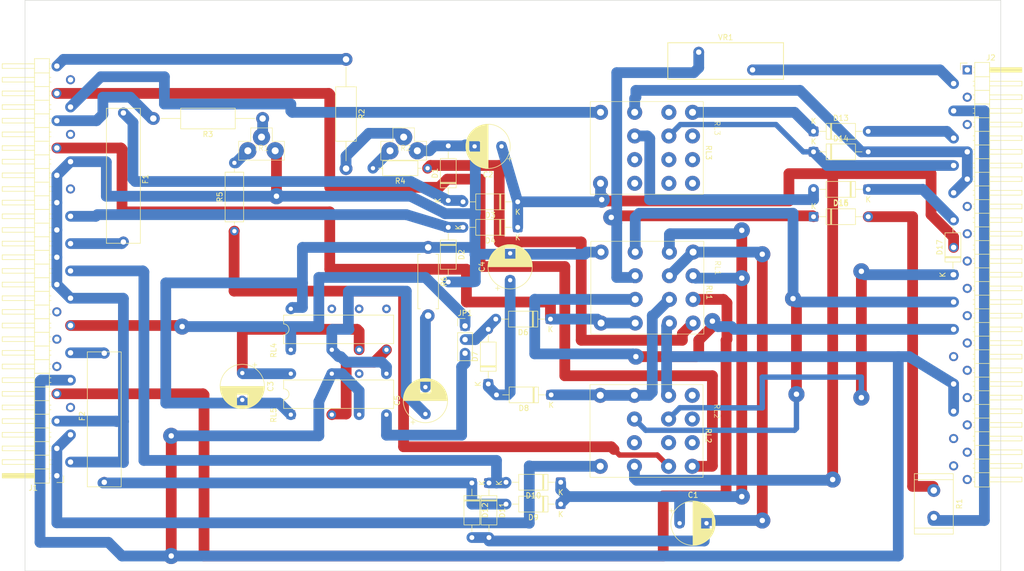
<source format=kicad_pcb>
(kicad_pcb (version 20241229) (generator "pcbnew") (generator_version "9.0")
  (layers (0 "F.Cu" signal) (2 "B.Cu" signal) (13 "F.Paste" user) (15 "B.Paste" user) (5 "F.SilkS" user "F.Silkscreen") (7 "B.SilkS" user "B.Silkscreen") (1 "F.Mask" user) (3 "B.Mask" user) (25 "Edge.Cuts" user))
  (net 0 "")
  (net 1 "Net-(D10-K)")
  (net 2 "+24V")
  (net 3 "GND")
  (net 4 "Net-(C3-Pad1)")
  (net 5 "Net-(D7-K)")
  (net 6 "Net-(C5-Pad1)")
  (net 7 "Net-(C5-Pad2)")
  (net 8 "Net-(D1-K)")
  (net 9 "Net-(D2-K)")
  (net 10 "Net-(D6-A)")
  (net 11 "Net-(D6-K)")
  (net 12 "Net-(D8-K)")
  (net 13 "Net-(D12-K)")
  (net 14 "Net-(D10-A)")
  (net 15 "Net-(D13-K)")
  (net 16 "Net-(D13-A)")
  (net 17 "Net-(D14-A)")
  (net 18 "Net-(D14-K)")
  (net 19 "Net-(D15-A)")
  (net 20 "Net-(D15-K)")
  (net 21 "Net-(D16-K)")
  (net 22 "Net-(D16-A)")
  (net 23 "Net-(D17-K)")
  (net 24 "Net-(J1A-Pin_18)")
  (net 25 "Net-(J1A-Pin_10)")
  (net 26 "Net-(J1C-Pin_12)")
  (net 27 "Net-(J1G-Pin_1)")
  (net 28 "Net-(J1C-Pin_8)")
  (net 29 "Net-(J1E-Pin_7)")
  (net 30 "Net-(J1D-Pin_27)")
  (net 31 "Net-(J1F-Pin_31)")
  (net 32 "Net-(J1F-Pin_29)")
  (net 33 "Net-(J2B-Pin_20)")
  (net 34 "Net-(J2F-Pin_4)")
  (net 35 "Net-(J2D-Pin_18)")
  (net 36 "Net-(J2E-Pin_2)")
  (net 37 "Net-(JP1-B)")
  (net 38 "Net-(TR2-A2)")
  (net 39 "Net-(TR1-A2)")
  (net 40 "Net-(R4-Pad1)")
  (net 41 "Net-(TR2-G)")
  (net 42 "Net-(R5-Pad1)")
  (net 43 "Net-(TR1-G)")
  (net 48 "Net-(RL4-Pad4)")
  (net 62 "Net-(J1B-Pin_28)")
  (net 63 "Net-(D11-A)")
  (footprint "Resistor_THT:R_Axial_DIN0411_L9.9mm_D3.6mm_P12.70mm_Horizontal" (layer "F.Cu") (at 96.012 93.98 -90)
    (property "Reference" "R6")
    (property "Value" "15K")
  )
  (footprint "Capacitor_THT:CP_Radial_D8.0mm_P5.00mm" (layer "F.Cu") (at 111.252 100.076 90)
    (property "Reference" "C4")
    (property "Value" "~")
  )
  (footprint "Diode_THT:D_A-405_P10.16mm_Horizontal" (layer "F.Cu") (at 118.872 121.412 180)
    (property "Reference" "D8")
    (property "Value" "D")
  )
  (footprint "Diode_THT:D_A-405_P10.16mm_Horizontal" (layer "F.Cu") (at 167.64 72.39)
    (property "Reference" "D13")
    (property "Value" "~")
  )
  (footprint "BigChoice:Triac" (layer "F.Cu") (at 65.04 76)
    (property "Reference" "TR1")
    (property "Value" "ZW")
  )
  (footprint "BigChoice:G2VN" (layer "F.Cu") (at 70.485 113.03 90)
    (property "Reference" "RL4")
    (property "Value" "Relay")
  )
  (footprint "Diode_THT:D_A-405_P10.16mm_Horizontal" (layer "F.Cu") (at 104.14 137.795 -90)
    (property "Reference" "D12")
    (property "Value" "D")
  )
  (footprint "Diode_THT:D_A-405_P10.16mm_Horizontal" (layer "F.Cu") (at 99.75 90.25 -90)
    (property "Reference" "D2")
    (property "Value" "D")
  )
  (footprint "Resistor_THT:R_Axial_DIN0309_L9.0mm_D3.2mm_P12.70mm_Horizontal" (layer "F.Cu") (at 60 90.95 90)
    (property "Reference" "R5")
    (property "Value" "~")
  )
  (footprint "Diode_THT:D_A-405_P10.16mm_Horizontal" (layer "F.Cu") (at 112.66 90.25 180)
    (property "Reference" "D4")
    (property "Value" "D")
  )
  (footprint "BigChoice:PY4-Omron" (layer "F.Cu") (at 145.15 68.85 -90)
    (property "Reference" "RL3")
    (property "Value" "Relay")
  )
  (footprint "BigChoice:PY4-Omron" (layer "F.Cu") (at 145.1 121.5 -90)
    (property "Reference" "RL2")
    (property "Value" "Relay")
  )
  (footprint "BigChoice:G2VN" (layer "F.Cu") (at 70.485 125.095 90)
    (property "Reference" "RL5")
    (property "Value" "Relay")
  )
  (footprint "Resistor_THT:R_Radial_Power_L11.0mm_W7.0mm_P5.00mm" (layer "F.Cu") (at 189.992 139.192 -90)
    (property "Reference" "R1")
    (property "Value" "GRAB STRENGTH")
  )
  (footprint "BigChoice:Connector" (layer "F.Cu") (at 196.215 60.96)
    (property "Reference" "J2")
    (property "Value" "CabinetPin")
  )
  (footprint "Diode_THT:D_A-405_P10.16mm_Horizontal" (layer "F.Cu") (at 177.8 83.185 180)
    (property "Reference" "D15")
    (property "Value" "~")
  )
  (footprint "Diode_THT:D_A-405_P10.16mm_Horizontal" (layer "F.Cu") (at 107.315 137.795 -90)
    (property "Reference" "D11")
    (property "Value" "D")
  )
  (footprint "Diode_THT:D_A-405_P10.16mm_Horizontal" (layer "F.Cu") (at 118.745 107.315 180)
    (property "Reference" "D6")
    (property "Value" "D")
  )
  (footprint "Varistor:RV_Disc_D21.5mm_W6.8mm_P10mm" (layer "F.Cu") (at 156.304 60.958 180)
    (property "Reference" "VR1")
    (property "Value" "Varistor")
  )
  (footprint "Diode_THT:D_A-405_P10.16mm_Horizontal" (layer "F.Cu") (at 99.75 85.25 90)
    (property "Reference" "D1")
    (property "Value" "D")
  )
  (footprint "BigChoice:PY4-Omron" (layer "F.Cu") (at 145.25 94.85 -90)
    (property "Reference" "RL1")
    (property "Value" "Relay")
  )
  (footprint "Diode_THT:D_A-405_P10.16mm_Horizontal" (layer "F.Cu") (at 193.548 99.06 90)
    (property "Reference" "D17")
    (property "Value" "~")
  )
  (footprint "BigChoice:Fuse" (layer "F.Cu") (at 35.814 137.668 90)
    (property "Reference" "F2")
    (property "Value" "48V 1A")
  )
  (footprint "Capacitor_THT:CP_Radial_D8.0mm_P5.00mm" (layer "F.Cu") (at 142.748 145.288)
    (property "Reference" "C1")
    (property "Value" "~")
  )
  (footprint "Diode_THT:D_A-405_P10.16mm_Horizontal" (layer "F.Cu") (at 107.188 119.38 90)
    (property "Reference" "D7")
    (property "Value" "D")
  )
  (footprint "Diode_THT:D_A-405_P10.16mm_Horizontal" (layer "F.Cu") (at 120.65 141.732 180)
    (property "Reference" "D9")
    (property "Value" "D")
  )
  (footprint "Diode_THT:D_A-405_P10.16mm_Horizontal" (layer "F.Cu") (at 112.66 85.5 180)
    (property "Reference" "D3")
    (property "Value" "D")
  )
  (footprint "Capacitor_THT:CP_Radial_D8.0mm_P5.00mm" (layer "F.Cu") (at 109.648 75.184 180)
    (property "Reference" "C2")
    (property "Value" "~")
  )
  (footprint "BigChoice:Fuse" (layer "F.Cu") (at 39.37 68.964 -90)
    (property "Reference" "F1")
    (property "Value" "24V 1A")
  )
  (footprint "Capacitor_THT:CP_Radial_D8.0mm_P5.00mm" (layer "F.Cu") (at 95.504 124.968 90)
    (property "Reference" "C5")
    (property "Value" "220uF/25V")
  )
  (footprint "Diode_THT:D_A-405_P10.16mm_Horizontal" (layer "F.Cu") (at 167.64 76.2)
    (property "Reference" "D14")
    (property "Value" "~")
  )
  (footprint "Connector_PinHeader_2.54mm:PinHeader_1x03_P2.54mm_Vertical" (layer "F.Cu") (at 102.87 108.585)
    (property "Reference" "JP1")
    (property "Value" "#COINS")
  )
  (footprint "Resistor_THT:R_Axial_DIN0207_L6.3mm_D2.5mm_P10.16mm_Horizontal" (layer "F.Cu") (at 95.91 79.25 180)
    (property "Reference" "R4")
    (property "Value" "~")
  )
  (footprint "Capacitor_THT:CP_Radial_D8.0mm_P5.00mm" (layer "F.Cu") (at 61.468 117.348 -90)
    (property "Reference" "C3")
    (property "Value" "~")
  )
  (footprint "Resistor_THT:R_Axial_DIN0411_L9.9mm_D3.6mm_P20.32mm_Horizontal" (layer "F.Cu") (at 80.75 59 -90)
    (property "Reference" "R2")
    (property "Value" "~")
  )
  (footprint "Diode_THT:D_A-405_P10.16mm_Horizontal" (layer "F.Cu") (at 120.65 137.668 180)
    (property "Reference" "D10")
    (property "Value" "D")
  )
  (footprint "BigChoice:Triac" (layer "F.Cu") (at 91.46 76)
    (property "Reference" "TR2")
    (property "Value" "VW")
  )
  (footprint "Diode_THT:D_A-405_P10.16mm_Horizontal" (layer "F.Cu") (at 167.64 88.265)
    (property "Reference" "D16")
    (property "Value" "D")
  )
  (footprint "BigChoice:Connector" (layer "F.Cu") (at 27 136.45 180)
    (property "Reference" "J1")
    (property "Value" "PanelPin")
  )
  (footprint "Resistor_THT:R_Axial_DIN0411_L9.9mm_D3.6mm_P20.32mm_Horizontal" (layer "F.Cu") (at 65.25 70 180)
    (property "Reference" "R3")
    (property "Value" "~")
  )
  (gr_rect (start 21.082 48.006) (end 202.438 154.178) (stroke (width 0.1)) (fill no) (layer "Edge.Cuts"))
  (segment (start 154.305 90.805) (end 154.305 99.695) (width 2) (layer "F.Cu") (net 1))
  (segment (start 154.305 99.695) (end 154.305 140.335) (width 2) (layer "F.Cu") (net 1))
  (via (at 154.305 90.805) (size 3) (drill 1) (layers "F.Cu" "B.Cu") (net 1))
  (via (at 154.305 140.335) (size 3) (drill 1) (layers "F.Cu" "B.Cu") (net 1))
  (via (at 154.305 99.695) (size 3) (drill 1) (layers "F.Cu" "B.Cu") (net 1))
  (segment (start 154.305 99.695) (end 145.695 99.695) (width 2) (layer "B.Cu") (net 1))
  (segment (start 153.67 91.44) (end 154.305 90.805) (width 2) (layer "B.Cu") (net 1))
  (segment (start 120.65 139.065) (end 120.65 137.795) (width 2) (layer "B.Cu") (net 1))
  (segment (start 140.97 91.44) (end 153.035 91.44) (width 2) (layer "B.Cu") (net 1))
  (segment (start 140.85 91.56) (end 140.97 91.44) (width 2) (layer "B.Cu") (net 1))
  (segment (start 140.85 94.85) (end 140.85 91.56) (width 2) (layer "B.Cu") (net 1))
  (segment (start 121.92 140.335) (end 120.65 139.065) (width 2) (layer "B.Cu") (net 1))
  (segment (start 145.695 99.695) (end 145.25 99.25) (width 2) (layer "B.Cu") (net 1))
  (segment (start 121.92 140.335) (end 120.65 141.605) (width 2) (layer "B.Cu") (net 1))
  (segment (start 142.748 140.335) (end 121.92 140.335) (width 2) (layer "B.Cu") (net 1))
  (segment (start 153.035 91.44) (end 153.67 91.44) (width 2) (layer "B.Cu") (net 1))
  (segment (start 154.305 140.335) (end 142.748 140.335) (width 2) (layer "B.Cu") (net 1))
  (segment (start 142.748 145.288) (end 142.748 140.335) (width 2) (layer "B.Cu") (net 1))
  (segment (start 193.675 92.075) (end 193.675 93.98) (width 2) (layer "F.Cu") (net 2))
  (segment (start 189.484 80.264) (end 189.484 87.884) (width 2) (layer "F.Cu") (net 2))
  (segment (start 189.484 87.884) (end 193.675 92.075) (width 2) (layer "F.Cu") (net 2))
  (segment (start 163.068 80.264) (end 163.068 85.344) (width 2) (layer "F.Cu") (net 2))
  (segment (start 171.196 80.264) (end 163.068 80.264) (width 2) (layer "F.Cu") (net 2))
  (segment (start 171.196 137.16) (end 171.196 80.264) (width 2) (layer "F.Cu") (net 2))
  (segment (start 163.068 85.344) (end 128.524 85.344) (width 2) (layer "F.Cu") (net 2))
  (segment (start 171.196 80.264) (end 189.484 80.264) (width 2) (layer "F.Cu") (net 2))
  (segment (start 128.524 85.344) (end 128.27 85.09) (width 2) (layer "F.Cu") (net 2))
  (via (at 128.27 85.09) (size 3) (drill 1) (layers "F.Cu" "B.Cu") (net 2))
  (via (at 171.196 137.16) (size 3) (drill 1) (layers "F.Cu" "B.Cu") (net 2))
  (segment (start 109.648 75.184) (end 112.66 85.5) (width 2) (layer "B.Cu") (net 2))
  (segment (start 127.86 85.5) (end 128.27 85.09) (width 2) (layer "B.Cu") (net 2))
  (segment (start 128.05 84.87) (end 128.05 82.05) (width 2) (layer "B.Cu") (net 2))
  (segment (start 134.758 137.298) (end 171.058 137.298) (width 2) (layer "B.Cu") (net 2))
  (segment (start 134.62 137.16) (end 134.758 137.298) (width 2) (layer "B.Cu") (net 2))
  (segment (start 128.27 85.09) (end 128.05 84.87) (width 2) (layer "B.Cu") (net 2))
  (segment (start 112.66 90.25) (end 112.66 85.5) (width 2) (layer "B.Cu") (net 2))
  (segment (start 134.35 136.89) (end 134.62 137.16) (width 2) (layer "B.Cu") (net 2))
  (segment (start 134.35 134.7) (end 134.35 136.89) (width 2) (layer "B.Cu") (net 2))
  (segment (start 171.058 137.298) (end 171.196 137.16) (width 2) (layer "B.Cu") (net 2))
  (segment (start 112.66 85.5) (end 127.86 85.5) (width 2) (layer "B.Cu") (net 2))
  (segment (start 67.818 84.455) (end 67.818 76.238) (width 2) (layer "F.Cu") (net 3))
  (segment (start 67.945 76.365) (end 67.58 76) (width 2) (layer "F.Cu") (net 3))
  (segment (start 67.818 76.238) (end 67.58 76) (width 2) (layer "F.Cu") (net 3))
  (via (at 67.818 84.455) (size 3) (drill 1) (layers "F.Cu" "B.Cu") (net 3))
  (segment (start 97.16 75.09) (end 99.75 75.09) (width 2) (layer "B.Cu") (net 3))
  (segment (start 104.22 100.41) (end 104.3 100.33) (width 2) (layer "B.Cu") (net 3))
  (segment (start 125.095 95.25) (end 125.495 94.85) (width 2) (layer "B.Cu") (net 3))
  (segment (start 125.495 94.85) (end 128.15 94.85) (width 2) (layer "B.Cu") (net 3))
  (segment (start 70.485 125.095) (end 68.326 122.936) (width 2) (layer "B.Cu") (net 3))
  (segment (start 72.644 105.156) (end 70.739 105.156) (width 2) (layer "B.Cu") (net 3))
  (segment (start 104.22 100.41) (end 99.75 100.41) (width 2) (layer "B.Cu") (net 3))
  (segment (start 47.244 122.936) (end 47.244 100.584) (width 2) (layer "B.Cu") (net 3))
  (segment (start 104.775 87.63) (end 104.775 74.93) (width 2) (layer "B.Cu") (net 3))
  (segment (start 27 90.73) (end 27 85.65) (width 2) (layer "B.Cu") (net 3))
  (segment (start 94 76) (end 96.25 76) (width 2) (layer "B.Cu") (net 3))
  (segment (start 39.295 133.91) (end 29.54 133.91) (width 2) (layer "B.Cu") (net 3))
  (segment (start 39.37 133.985) (end 39.295 133.91) (width 2) (layer "B.Cu") (net 3))
  (segment (start 39.37 126.365) (end 38.1 126.365) (width 2) (layer "B.Cu") (net 3))
  (segment (start 104.3 100.33) (end 104.775 100.33) (width 2) (layer "B.Cu") (net 3))
  (segment (start 102.71 75.09) (end 99.75 75.09) (width 2) (layer "B.Cu") (net 3))
  (segment (start 99.131 87.701) (end 104.704 87.701) (width 2) (layer "B.Cu") (net 3))
  (segment (start 104.704 87.701) (end 104.704 93.98) (width 2) (layer "B.Cu") (net 3))
  (segment (start 72.644 100.584) (end 72.644 93.98) (width 2) (layer "B.Cu") (net 3))
  (segment (start 104.704 87.701) (end 104.775 87.63) (width 2) (layer "B.Cu") (net 3))
  (segment (start 27 85.65) (end 27 80.57) (width 2) (layer "B.Cu") (net 3))
  (segment (start 92.71 84.455) (end 99.06 87.63) (width 2) (layer "B.Cu") (net 3))
  (segment (start 70.739 105.156) (end 70.485 105.41) (width 2) (layer "B.Cu") (net 3))
  (segment (start 104.775 100.33) (end 104.775 95.321) (width 2) (layer "B.Cu") (net 3))
  (segment (start 36.12 78.03) (end 36.195 78.105) (width 2) (layer "B.Cu") (net 3))
  (segment (start 29.54 78.03) (end 36.12 78.03) (width 2) (layer "B.Cu") (net 3))
  (segment (start 104.704 93.98) (end 104.704 95.25) (width 2) (layer "B.Cu") (net 3))
  (segment (start 36.195 84.455) (end 67.818 84.455) (width 2) (layer "B.Cu") (net 3))
  (segment (start 36.195 78.105) (end 36.195 84.455) (width 2) (layer "B.Cu") (net 3))
  (segment (start 27 100.89) (end 27 95.81) (width 2) (layer "B.Cu") (net 3))
  (segment (start 27 95.81) (end 27 90.73) (width 2) (layer "B.Cu") (net 3))
  (segment (start 27 80.57) (end 29.54 78.03) (width 2) (layer "B.Cu") (net 3))
  (segment (start 104.775 95.321) (end 104.704 95.25) (width 2) (layer "B.Cu") (net 3))
  (segment (start 99.06 87.63) (end 99.131 87.701) (width 2) (layer "B.Cu") (net 3))
  (segment (start 39.37 103.505) (end 39.37 126.365) (width 2) (layer "B.Cu") (net 3))
  (segment (start 96.25 76) (end 97.16 75.09) (width 2) (layer "B.Cu") (net 3))
  (segment (start 104.704 95.25) (end 125.095 95.25) (width 2) (layer "B.Cu") (net 3))
  (segment (start 47.244 100.584) (end 72.644 100.584) (width 2) (layer "B.Cu") (net 3))
  (segment (start 29.54 103.43) (end 27 100.89) (width 2) (layer "B.Cu") (net 3))
  (segment (start 38.025 126.29) (end 27 126.29) (width 2) (layer "B.Cu") (net 3))
  (segment (start 96.012 93.98) (end 104.704 93.98) (width 2) (layer "B.Cu") (net 3))
  (segment (start 39.37 126.365) (end 39.37 133.985) (width 2) (layer "B.Cu") (net 3))
  (segment (start 102.87 74.93) (end 102.71 75.09) (width 2) (layer "B.Cu") (net 3))
  (segment (start 67.945 84.455) (end 92.71 84.455) (width 2) (layer "B.Cu") (net 3))
  (segment (start 72.644 93.98) (end 96.012 93.98) (width 2) (layer "B.Cu") (net 3))
  (segment (start 104.775 74.93) (end 102.87 74.93) (width 2) (layer "B.Cu") (net 3))
  (segment (start 68.326 122.936) (end 47.244 122.936) (width 2) (layer "B.Cu") (net 3))
  (segment (start 67.818 84.455) (end 67.945 84.455) (width 2) (layer "B.Cu") (net 3))
  (segment (start 38.1 126.365) (end 38.025 126.29) (width 2) (layer "B.Cu") (net 3))
  (segment (start 72.644 100.584) (end 72.644 105.156) (width 2) (layer "B.Cu") (net 3))
  (segment (start 29.54 103.43) (end 39.295 103.43) (width 2) (layer "B.Cu") (net 3))
  (segment (start 39.295 103.43) (end 39.37 103.505) (width 2) (layer "B.Cu") (net 3))
  (segment (start 83.185 109.601) (end 82.804 109.22) (width 2) (layer "F.Cu") (net 4))
  (segment (start 61.468 109.22) (end 61.468 117.348) (width 2) (layer "F.Cu") (net 4))
  (segment (start 82.804 109.22) (end 61.468 109.22) (width 2) (layer "F.Cu") (net 4))
  (segment (start 83.185 113.03) (end 83.185 109.601) (width 2) (layer "F.Cu") (net 4))
  (segment (start 61.595 117.475) (end 61.468 117.348) (width 2) (layer "B.Cu") (net 4))
  (segment (start 70.485 117.475) (end 61.595 117.475) (width 2) (layer "B.Cu") (net 4))
  (segment (start 111.252 100.076) (end 111.252 120.904) (width 2) (layer "B.Cu") (net 5))
  (segment (start 111.252 120.904) (end 110.744 121.412) (width 2) (layer "B.Cu") (net 5))
  (segment (start 107.188 119.38) (end 107.188 119.888) (width 2) (layer "B.Cu") (net 5))
  (segment (start 107.188 119.888) (end 108.712 121.412) (width 2) (layer "B.Cu") (net 5))
  (segment (start 110.744 121.412) (end 108.712 121.412) (width 2) (layer "B.Cu") (net 5))
  (segment (start 80.772 115.316) (end 79.756 114.3) (width 2) (layer "B.Cu") (net 6))
  (segment (start 91.948 121.412) (end 95.504 124.968) (width 2) (layer "B.Cu") (net 6))
  (segment (start 81.28 102.108) (end 91.948 102.108) (width 2) (layer "B.Cu") (net 6))
  (segment (start 81.184 102.204) (end 81.28 102.108) (width 2) (layer "B.Cu") (net 6))
  (segment (start 78.232 109.22) (end 81.28 109.22) (width 2) (layer "B.Cu") (net 6))
  (segment (start 79.756 114.3) (end 79.375 114.3) (width 2) (layer "B.Cu") (net 6))
  (segment (start 79.375 114.3) (end 78.105 113.03) (width 2) (layer "B.Cu") (net 6))
  (segment (start 81.28 109.22) (end 81.184 109.124) (width 2) (layer "B.Cu") (net 6))
  (segment (start 88.265 117.475) (end 88.265 116.205) (width 2) (layer "B.Cu") (net 6))
  (segment (start 87.376 115.316) (end 80.772 115.316) (width 2) (layer "B.Cu") (net 6))
  (segment (start 81.184 109.124) (end 81.184 102.204) (width 2) (layer "B.Cu") (net 6))
  (segment (start 78.105 109.347) (end 78.232 109.22) (width 2) (layer "B.Cu") (net 6))
  (segment (start 91.948 102.108) (end 91.948 121.412) (width 2) (layer "B.Cu") (net 6))
  (segment (start 88.265 116.205) (end 87.376 115.316) (width 2) (layer "B.Cu") (net 6))
  (segment (start 78.105 113.03) (end 78.105 109.347) (width 2) (layer "B.Cu") (net 6))
  (segment (start 95.504 107.188) (end 96.012 106.68) (width 2) (layer "B.Cu") (net 7))
  (segment (start 95.504 119.968) (end 95.504 107.188) (width 2) (layer "B.Cu") (net 7))
  (segment (start 41.589 81.721) (end 92.777 81.721) (width 2) (layer "B.Cu") (net 8))
  (segment (start 41.148 70.742) (end 41.148 81.28) (width 2) (layer "B.Cu") (net 8))
  (segment (start 99.75 85.25) (end 102.25 85.25) (width 2) (layer "B.Cu") (net 8))
  (segment (start 41.148 81.28) (end 41.589 81.721) (width 2) (layer "B.Cu") (net 8))
  (segment (start 39.37 68.964) (end 41.148 70.742) (width 2) (layer "B.Cu") (net 8))
  (segment (start 92.777 81.721) (end 99.75 85.25) (width 2) (layer "B.Cu") (net 8))
  (segment (start 102.25 85.25) (end 102.5 85.5) (width 2) (layer "B.Cu") (net 8))
  (segment (start 34.238 88.19) (end 29.54 88.19) (width 2) (layer "B.Cu") (net 9))
  (segment (start 34.544 87.884) (end 34.238 88.19) (width 2) (layer "B.Cu") (net 9))
  (segment (start 102.5 90.25) (end 99.75 90.25) (width 2) (layer "B.Cu") (net 9))
  (segment (start 91.948 87.884) (end 34.544 87.884) (width 2) (layer "B.Cu") (net 9))
  (segment (start 99.75 90.25) (end 91.948 87.884) (width 2) (layer "B.Cu") (net 9))
  (segment (start 104.775 111.125) (end 108.585 107.315) (width 2) (layer "B.Cu") (net 10))
  (segment (start 102.87 111.125) (end 104.775 111.125) (width 2) (layer "B.Cu") (net 10))
  (segment (start 27 75.49) (end 38.914 75.49) (width 2) (layer "F.Cu") (net 11))
  (segment (start 77.724 87.376) (end 77.724 98.044) (width 2) (layer "F.Cu") (net 11))
  (segment (start 118.872 104.14) (end 118.745 104.267) (width 2) (layer "F.Cu") (net 11))
  (segment (start 118.745 107.315) (end 118.745 104.267) (width 2) (layer "F.Cu") (net 11))
  (segment (start 103.124 104.14) (end 118.872 104.14) (width 2) (layer "F.Cu") (net 11))
  (segment (start 39.116 87.376) (end 77.724 87.376) (width 2) (layer "F.Cu") (net 11))
  (segment (start 103.124 98.044) (end 103.124 104.14) (width 2) (layer "F.Cu") (net 11))
  (segment (start 38.914 75.49) (end 39.116 75.692) (width 2) (layer "F.Cu") (net 11))
  (segment (start 39.116 75.692) (end 39.116 87.376) (width 2) (layer "F.Cu") (net 11))
  (segment (start 77.724 98.044) (end 103.124 98.044) (width 2) (layer "F.Cu") (net 11))
  (segment (start 127.415 107.315) (end 128.15 108.05) (width 2) (layer "B.Cu") (net 11))
  (segment (start 118.745 107.315) (end 127.415 107.315) (width 2) (layer "B.Cu") (net 11))
  (segment (start 134.5 108.05) (end 128.15 108.05) (width 2) (layer "B.Cu") (net 11))
  (segment (start 137.668 106.68) (end 137.82 106.68) (width 2) (layer "B.Cu") (net 12))
  (segment (start 118.872 121.412) (end 127.912 121.412) (width 2) (layer "B.Cu") (net 12))
  (segment (start 137.82 106.68) (end 140.85 103.65) (width 2) (layer "B.Cu") (net 12))
  (segment (start 128 121.5) (end 134.35 121.5) (width 2) (layer "B.Cu") (net 12))
  (segment (start 134.35 121.5) (end 137.072 121.5) (width 2) (layer "B.Cu") (net 12))
  (segment (start 137.668 120.904) (end 137.668 106.68) (width 2) (layer "B.Cu") (net 12))
  (segment (start 127.912 121.412) (end 128 121.5) (width 2) (layer "B.Cu") (net 12))
  (segment (start 137.072 121.5) (end 137.668 120.904) (width 2) (layer "B.Cu") (net 12))
  (segment (start 104.14 137.795) (end 35.56 137.795) (width 2) (layer "B.Cu") (net 13))
  (segment (start 104.14 141.732) (end 110.49 141.732) (width 2) (layer "B.Cu") (net 13))
  (segment (start 104.14 137.795) (end 104.14 141.732) (width 2) (layer "B.Cu") (net 13))
  (segment (start 43.18 98.552) (end 42.978 98.35) (width 2) (layer "B.Cu") (net 14))
  (segment (start 107.315 137.795) (end 108.712 137.795) (width 2) (layer "B.Cu") (net 14))
  (segment (start 43.18 133.604) (end 43.18 98.552) (width 2) (layer "B.Cu") (net 14))
  (segment (start 108.712 133.604) (end 43.18 133.604) (width 2) (layer "B.Cu") (net 14))
  (segment (start 108.712 137.795) (end 110.363 137.795) (width 2) (layer "B.Cu") (net 14))
  (segment (start 108.712 137.795) (end 108.712 133.604) (width 2) (layer "B.Cu") (net 14))
  (segment (start 42.978 98.35) (end 29.54 98.35) (width 2) (layer "B.Cu") (net 14))
  (segment (start 110.363 137.795) (end 110.49 137.668) (width 2) (layer "B.Cu") (net 14))
  (segment (start 167.64 72.39) (end 164.1 68.85) (width 2) (layer "B.Cu") (net 15))
  (segment (start 164.1 68.85) (end 145.15 68.85) (width 2) (layer "B.Cu") (net 15))
  (segment (start 192.405 72.39) (end 193.675 73.66) (width 2) (layer "B.Cu") (net 16))
  (segment (start 177.8 72.39) (end 192.405 72.39) (width 2) (layer "B.Cu") (net 16))
  (segment (start 177.8 76.2) (end 176.53 76.2) (width 2) (layer "B.Cu") (net 17))
  (segment (start 134.4 66.26) (end 134.4 68.85) (width 2) (layer "B.Cu") (net 17))
  (segment (start 176.53 76.2) (end 165.1 64.77) (width 2) (layer "B.Cu") (net 17))
  (segment (start 134.62 64.77) (end 134.62 66.04) (width 2) (layer "B.Cu") (net 17))
  (segment (start 177.8 76.2) (end 196.215 76.2) (width 2) (layer "B.Cu") (net 17))
  (segment (start 134.62 66.04) (end 134.4 66.26) (width 2) (layer "B.Cu") (net 17))
  (segment (start 196.215 81.28) (end 196.215 76.2) (width 2) (layer "B.Cu") (net 17))
  (segment (start 193.675 83.82) (end 196.215 81.28) (width 2) (layer "B.Cu") (net 17))
  (segment (start 165.1 64.77) (end 134.62 64.77) (width 2) (layer "B.Cu") (net 17))
  (segment (start 142.88 71.12) (end 160.655 71.12) (width 1) (layer "B.Cu") (net 18))
  (segment (start 140.75 73.25) (end 142.88 71.12) (width 1) (layer "B.Cu") (net 18))
  (segment (start 165.735 76.2) (end 167.64 76.2) (width 1) (layer "B.Cu") (net 18))
  (segment (start 170.18 78.74) (end 167.64 76.2) (width 2) (layer "B.Cu") (net 18))
  (segment (start 193.675 78.74) (end 170.18 78.74) (width 2) (layer "B.Cu") (net 18))
  (segment (start 160.655 71.12) (end 165.735 76.2) (width 1) (layer "B.Cu") (net 18))
  (segment (start 136.75 73.25) (end 137.201 73.701) (width 2) (layer "B.Cu") (net 19))
  (segment (start 137.16 85.09) (end 167.64 85.09) (width 2) (layer "B.Cu") (net 19))
  (segment (start 137.201 73.701) (end 137.201 85.049) (width 2) (layer "B.Cu") (net 19))
  (segment (start 134.4 73.25) (end 136.75 73.25) (width 2) (layer "B.Cu") (net 19))
  (segment (start 167.64 85.09) (end 167.64 83.185) (width 2) (layer "B.Cu") (net 19))
  (segment (start 137.201 85.049) (end 137.16 85.09) (width 2) (layer "B.Cu") (net 19))
  (segment (start 187.96 83.185) (end 193.675 88.9) (width 2) (layer "B.Cu") (net 20))
  (segment (start 177.8 83.185) (end 187.96 83.185) (width 2) (layer "B.Cu") (net 20))
  (segment (start 167.479 88.104) (end 130.336 88.104) (width 2) (layer "F.Cu") (net 21))
  (segment (start 167.64 88.265) (end 167.479 88.104) (width 2) (layer "F.Cu") (net 21))
  (segment (start 130.336 88.104) (end 130.048 88.392) (width 2) (layer "F.Cu") (net 21))
  (via (at 130.048 88.392) (size 3) (drill 1) (layers "F.Cu" "B.Cu") (net 21))
  (segment (start 134.182 99.568) (end 134.5 99.25) (width 2) (layer "B.Cu") (net 21))
  (segment (start 130.048 88.392) (end 131.064 89.408) (width 2) (layer "B.Cu") (net 21))
  (segment (start 131.064 89.408) (end 131.064 61.468) (width 2) (layer "B.Cu") (net 21))
  (segment (start 131.064 61.468) (end 145.397 61.468) (width 2) (layer "B.Cu") (net 21))
  (segment (start 131.064 89.408) (end 131.064 99.568) (width 2) (layer "B.Cu") (net 21))
  (segment (start 145.397 61.468) (end 146.304 60.561) (width 2) (layer "B.Cu") (net 21))
  (segment (start 131.064 99.568) (end 134.182 99.568) (width 2) (layer "B.Cu") (net 21))
  (segment (start 146.304 60.561) (end 146.304 57.658) (width 2) (layer "B.Cu") (net 21))
  (segment (start 186.055 138.43) (end 189.865 138.43) (width 2) (layer "F.Cu") (net 22))
  (segment (start 177.8 88.265) (end 186.055 88.265) (width 2) (layer "F.Cu") (net 22))
  (segment (start 186.055 88.265) (end 186.055 138.43) (width 2) (layer "F.Cu") (net 22))
  (segment (start 176.53 121.92) (end 176.53 98.425) (width 2) (layer "F.Cu") (net 23))
  (via (at 176.53 98.425) (size 3) (drill 1) (layers "F.Cu" "B.Cu") (net 23))
  (via (at 176.53 121.92) (size 3) (drill 1) (layers "F.Cu" "B.Cu") (net 23))
  (segment (start 158.115 123.825) (end 158.115 118.11) (width 1) (layer "B.Cu") (net 23))
  (segment (start 148.59 123.825) (end 158.115 123.825) (width 1) (layer "B.Cu") (net 23))
  (segment (start 140.7 125.9) (end 142.798 123.802) (width 1) (layer "B.Cu") (net 23))
  (segment (start 176.53 118.11) (end 176.53 121.92) (width 1) (layer "B.Cu") (net 23))
  (segment (start 177.165 99.06) (end 193.675 99.06) (width 2) (layer "B.Cu") (net 23))
  (segment (start 142.798 123.802) (end 148.567 123.802) (width 1) (layer "B.Cu") (net 23))
  (segment (start 148.567 123.802) (end 148.59 123.825) (width 1) (layer "B.Cu") (net 23))
  (segment (start 176.53 98.425) (end 177.165 99.06) (width 2) (layer "B.Cu") (net 23))
  (segment (start 158.115 118.11) (end 176.53 118.11) (width 1) (layer "B.Cu") (net 23))
  (segment (start 39.064 93.27) (end 39.37 92.964) (width 2) (layer "B.Cu") (net 24))
  (segment (start 29.54 93.27) (end 39.064 93.27) (width 2) (layer "B.Cu") (net 24))
  (segment (start 29.54 113.59) (end 35.736 113.59) (width 2) (layer "B.Cu") (net 25))
  (segment (start 35.736 113.59) (end 35.814 113.668) (width 2) (layer "B.Cu") (net 25))
  (segment (start 50.09 108.51) (end 50.292 108.712) (width 2) (layer "F.Cu") (net 26))
  (segment (start 29.54 108.51) (end 50.09 108.51) (width 2) (layer "F.Cu") (net 26))
  (via (at 50.292 108.712) (size 3) (drill 1) (layers "F.Cu" "B.Cu") (net 26))
  (segment (start 95.504 99.568) (end 102.87 106.934) (width 2) (layer "B.Cu") (net 26))
  (segment (start 70.612 108.712) (end 75.692 108.712) (width 2) (layer "B.Cu") (net 26))
  (segment (start 75.692 108.712) (end 75.692 99.568) (width 2) (layer "B.Cu") (net 26))
  (segment (start 70.485 108.839) (end 70.612 108.712) (width 2) (layer "B.Cu") (net 26))
  (segment (start 50.292 108.712) (end 70.612 108.712) (width 2) (layer "B.Cu") (net 26))
  (segment (start 70.485 113.03) (end 70.485 108.839) (width 2) (layer "B.Cu") (net 26))
  (segment (start 102.87 106.934) (end 102.87 108.585) (width 2) (layer "B.Cu") (net 26))
  (segment (start 75.692 99.568) (end 95.504 99.568) (width 2) (layer "B.Cu") (net 26))
  (segment (start 29.54 128.83) (end 27 131.37) (width 2) (layer "B.Cu") (net 27))
  (segment (start 114.808 134.62) (end 114.888 134.7) (width 2) (layer "B.Cu") (net 27))
  (segment (start 27 131.37) (end 27 136.45) (width 2) (layer "B.Cu") (net 27))
  (segment (start 114.808 145.288) (end 114.808 134.62) (width 2) (layer "B.Cu") (net 27))
  (segment (start 27 136.45) (end 27 145.212) (width 2) (layer "B.Cu") (net 27))
  (segment (start 114.888 134.7) (end 128 134.7) (width 2) (layer "B.Cu") (net 27))
  (segment (start 27 145.212) (end 114.732 145.212) (width 2) (layer "B.Cu") (net 27))
  (segment (start 114.732 145.212) (end 114.808 145.288) (width 2) (layer "B.Cu") (net 27))
  (segment (start 48.26 151.384) (end 48.26 129.032) (width 2) (layer "F.Cu") (net 28))
  (via (at 48.26 129.032) (size 3) (drill 1) (layers "F.Cu" "B.Cu") (net 28))
  (via (at 48.26 151.384) (size 3) (drill 1) (layers "F.Cu" "B.Cu") (net 28))
  (segment (start 78.105 117.475) (end 75.692 122.682) (width 2) (layer "B.Cu") (net 28))
  (segment (start 48.26 151.384) (end 39.116 151.384) (width 2) (layer "B.Cu") (net 28))
  (segment (start 185.42 114.3) (end 183.388 114.3) (width 2) (layer "B.Cu") (net 28))
  (segment (start 140.335 108.565) (end 140.335 114.3) (width 2) (layer "B.Cu") (net 28))
  (segment (start 140.335 121.135) (end 140.7 121.5) (width 2) (layer "B.Cu") (net 28))
  (segment (start 83.185 120.65) (end 80.01 117.475) (width 2) (layer "B.Cu") (net 28))
  (segment (start 48.26 129.032) (end 75.692 129.032) (width 2) (layer "B.Cu") (net 28))
  (segment (start 140.85 108.05) (end 140.335 108.565) (width 2) (layer "B.Cu") (net 28))
  (segment (start 193.675 119.38) (end 185.42 114.3) (width 2) (layer "B.Cu") (net 28))
  (segment (start 183.388 114.3) (end 140.335 114.3) (width 2) (layer "B.Cu") (net 28))
  (segment (start 75.692 129.032) (end 75.692 122.682) (width 2) (layer "B.Cu") (net 28))
  (segment (start 23.876 118.872) (end 24.078 118.67) (width 2) (layer "B.Cu") (net 28))
  (segment (start 140.335 114.3) (end 140.335 121.135) (width 2) (layer "B.Cu") (net 28))
  (segment (start 83.185 125.095) (end 83.185 120.65) (width 2) (layer "B.Cu") (net 28))
  (segment (start 183.388 114.3) (end 183.388 151.384) (width 2) (layer "B.Cu") (net 28))
  (segment (start 23.876 148.844) (end 23.876 118.872) (width 2) (layer "B.Cu") (net 28))
  (segment (start 39.116 151.384) (end 36.576 148.844) (width 2) (layer "B.Cu") (net 28))
  (segment (start 48.26 151.384) (end 183.388 151.384) (width 2) (layer "B.Cu") (net 28))
  (segment (start 80.01 117.475) (end 78.105 117.475) (width 2) (layer "B.Cu") (net 28))
  (segment (start 24.078 118.67) (end 29.54 118.67) (width 2) (layer "B.Cu") (net 28))
  (segment (start 36.576 148.844) (end 23.876 148.844) (width 2) (layer "B.Cu") (net 28))
  (segment (start 193.675 124.46) (end 193.675 119.38) (width 2) (layer "B.Cu") (net 28))
  (segment (start 54.356 121.412) (end 54.154 121.21) (width 2) (layer "F.Cu") (net 29))
  (segment (start 139.7 140.208) (end 139.7 151.384) (width 2) (layer "F.Cu") (net 29))
  (segment (start 145.25 103.65) (end 150.894 103.65) (width 2) (layer "F.Cu") (net 29))
  (segment (start 151.545 111.091) (end 151.384 111.252) (width 2) (layer "F.Cu") (net 29))
  (segment (start 54.356 151.384) (end 54.356 121.412) (width 2) (layer "F.Cu") (net 29))
  (segment (start 151.384 111.252) (end 151.384 140.208) (width 2) (layer "F.Cu") (net 29))
  (segment (start 54.154 121.21) (end 27 121.21) (width 2) (layer "F.Cu") (net 29))
  (segment (start 151.545 104.301) (end 151.545 111.091) (width 2) (layer "F.Cu") (net 29))
  (segment (start 151.384 140.208) (end 139.7 140.208) (width 2) (layer "F.Cu") (net 29))
  (segment (start 150.894 103.65) (end 151.545 104.301) (width 2) (layer "F.Cu") (net 29))
  (segment (start 139.7 151.384) (end 54.356 151.384) (width 2) (layer "F.Cu") (net 29))
  (segment (start 35.56 69.215) (end 35.56 66.04) (width 2) (layer "B.Cu") (net 30))
  (segment (start 44.6 70) (end 40.64 66.04) (width 2) (layer "B.Cu") (net 30))
  (segment (start 44.93 70) (end 44.6 70) (width 2) (layer "B.Cu") (net 30))
  (segment (start 34.365 70.41) (end 35.56 69.215) (width 2) (layer "B.Cu") (net 30))
  (segment (start 27 70.41) (end 34.365 70.41) (width 2) (layer "B.Cu") (net 30))
  (segment (start 35.56 66.04) (end 40.64 66.04) (width 2) (layer "B.Cu") (net 30))
  (segment (start 28.25 59) (end 27 60.25) (width 2) (layer "B.Cu") (net 31))
  (segment (start 80.75 59) (end 28.25 59) (width 2) (layer "B.Cu") (net 31))
  (segment (start 121.412 117.856) (end 148.844 117.856) (width 2) (layer "F.Cu") (net 32))
  (segment (start 99.568 81.28) (end 105.664 81.28) (width 2) (layer "F.Cu") (net 32))
  (segment (start 105.664 97.536) (end 121.412 97.536) (width 2) (layer "F.Cu") (net 32))
  (segment (start 105.664 81.28) (end 105.664 97.536) (width 2) (layer "F.Cu") (net 32))
  (segment (start 148.844 134.62) (end 148.764 134.7) (width 2) (layer "F.Cu") (net 32))
  (segment (start 148.764 134.7) (end 145.1 134.7) (width 2) (layer "F.Cu") (net 32))
  (segment (start 77.724 65.532) (end 77.724 82.804) (width 2) (layer "F.Cu") (net 32))
  (segment (start 77.724 82.804) (end 98.044 82.804) (width 2) (layer "F.Cu") (net 32))
  (segment (start 121.412 97.536) (end 121.412 117.856) (width 2) (layer "F.Cu") (net 32))
  (segment (start 148.844 117.856) (end 148.844 134.62) (width 2) (layer "F.Cu") (net 32))
  (segment (start 27 65.33) (end 77.522 65.33) (width 2) (layer "F.Cu") (net 32))
  (segment (start 98.044 82.804) (end 99.568 81.28) (width 2) (layer "F.Cu") (net 32))
  (segment (start 77.522 65.33) (end 77.724 65.532) (width 2) (layer "F.Cu") (net 32))
  (segment (start 145.796 114.3) (end 146.304 113.792) (width 2) (layer "F.Cu") (net 33))
  (segment (start 134.62 114.3) (end 145.796 114.3) (width 2) (layer "F.Cu") (net 33))
  (segment (start 146.304 113.792) (end 146.304 111.252) (width 2) (layer "F.Cu") (net 33))
  (segment (start 146.304 111.252) (end 148.844 108.712) (width 2) (layer "F.Cu") (net 33))
  (segment (start 148.844 108.712) (end 148.844 107.696) (width 2) (layer "F.Cu") (net 33))
  (via (at 134.62 114.3) (size 3) (drill 1) (layers "F.Cu" "B.Cu") (net 33))
  (via (at 148.844 107.696) (size 3) (drill 1) (layers "F.Cu" "B.Cu") (net 33))
  (segment (start 152.908 109.22) (end 193.675 109.22) (width 2) (layer "B.Cu") (net 33))
  (segment (start 115.842 103.65) (end 115.824 103.632) (width 2) (layer "B.Cu") (net 33))
  (segment (start 152.4 108.712) (end 152.908 109.22) (width 2) (layer "B.Cu") (net 33))
  (segment (start 134.5 103.65) (end 115.842 103.65) (width 2) (layer "B.Cu") (net 33))
  (segment (start 149.86 108.712) (end 152.4 108.712) (width 2) (layer "B.Cu") (net 33))
  (segment (start 115.824 113.792) (end 134.112 113.792) (width 2) (layer "B.Cu") (net 33))
  (segment (start 115.824 103.632) (end 115.824 113.792) (width 2) (layer "B.Cu") (net 33))
  (segment (start 148.844 107.696) (end 149.86 108.712) (width 2) (layer "B.Cu") (net 33))
  (segment (start 134.112 113.792) (end 134.62 114.3) (width 2) (layer "B.Cu") (net 33))
  (segment (start 199.39 144.78) (end 189.865 144.78) (width 2) (layer "B.Cu") (net 34))
  (segment (start 193.675 68.58) (end 199.39 68.58) (width 2) (layer "B.Cu") (net 34))
  (segment (start 199.39 68.58) (end 199.39 144.78) (width 2) (layer "B.Cu") (net 34))
  (segment (start 164.465 104.14) (end 163.83 103.505) (width 2) (layer "F.Cu") (net 35))
  (segment (start 164.465 121.285) (end 164.465 104.14) (width 2) (layer "F.Cu") (net 35))
  (via (at 163.83 103.505) (size 3) (drill 1) (layers "F.Cu" "B.Cu") (net 35))
  (via (at 164.465 121.285) (size 3) (drill 1) (layers "F.Cu" "B.Cu") (net 35))
  (segment (start 164.102 127.998) (end 164.465 127.635) (width 1) (layer "B.Cu") (net 35))
  (segment (start 163.83 87.63) (end 135.255 87.63) (width 2) (layer "B.Cu") (net 35))
  (segment (start 134.5 88.385) (end 135.255 87.63) (width 2) (layer "B.Cu") (net 35))
  (segment (start 134.5 94.85) (end 134.5 88.385) (width 2) (layer "B.Cu") (net 35))
  (segment (start 134.35 125.9) (end 136.448 127.998) (width 1) (layer "B.Cu") (net 35))
  (segment (start 164.465 127.635) (end 164.465 121.285) (width 1) (layer "B.Cu") (net 35))
  (segment (start 136.448 127.998) (end 164.102 127.998) (width 1) (layer "B.Cu") (net 35))
  (segment (start 163.83 103.505) (end 163.83 87.63) (width 2) (layer "B.Cu") (net 35))
  (segment (start 164.465 104.14) (end 193.675 104.14) (width 2) (layer "B.Cu") (net 35))
  (segment (start 163.83 103.505) (end 164.465 104.14) (width 2) (layer "B.Cu") (net 35))
  (segment (start 191.133 60.958) (end 193.675 63.5) (width 2) (layer "B.Cu") (net 36))
  (segment (start 156.304 60.958) (end 191.133 60.958) (width 2) (layer "B.Cu") (net 36))
  (segment (start 88.265 128.905) (end 102.235 128.905) (width 2) (layer "B.Cu") (net 37))
  (segment (start 102.87 115.57) (end 102.87 113.665) (width 2) (layer "B.Cu") (net 37))
  (segment (start 102.235 128.905) (end 102.235 116.205) (width 2) (layer "B.Cu") (net 37))
  (segment (start 88.265 125.095) (end 88.265 128.905) (width 2) (layer "B.Cu") (net 37))
  (segment (start 102.235 116.205) (end 102.87 115.57) (width 2) (layer "B.Cu") (net 37))
  (segment (start 80.75 77) (end 85 72.75) (width 2) (layer "B.Cu") (net 38))
  (segment (start 85 72.75) (end 90.75 72.75) (width 2) (layer "B.Cu") (net 38))
  (segment (start 90.75 72.75) (end 91.46 73.46) (width 2) (layer "B.Cu") (net 38))
  (segment (start 80.75 79.32) (end 80.75 77) (width 2) (layer "B.Cu") (net 38))
  (segment (start 65.25 73.25) (end 65.04 73.46) (width 2) (layer "B.Cu") (net 39))
  (segment (start 65.25 70) (end 65.25 73.25) (width 2) (layer "B.Cu") (net 39))
  (segment (start 124.46 111.252) (end 124.46 92.964) (width 2) (layer "F.Cu") (net 40))
  (segment (start 145.25 108.05) (end 143.256 110.044) (width 2) (layer "F.Cu") (net 40))
  (segment (start 109.22 92.964) (end 109.22 78.74) (width 2) (layer "F.Cu") (net 40))
  (segment (start 143.256 110.044) (end 143.256 111.252) (width 2) (layer "F.Cu") (net 40))
  (segment (start 109.22 78.74) (end 96.42 78.74) (width 2) (layer "F.Cu") (net 40))
  (segment (start 124.46 92.964) (end 109.22 92.964) (width 2) (layer "F.Cu") (net 40))
  (segment (start 96.42 78.74) (end 95.91 79.25) (width 2) (layer "F.Cu") (net 40))
  (segment (start 143.256 111.252) (end 124.46 111.252) (width 2) (layer "F.Cu") (net 40))
  (segment (start 85.75 79.17) (end 88.92 76) (width 2) (layer "B.Cu") (net 41))
  (segment (start 85.75 79.25) (end 85.75 79.17) (width 2) (layer "B.Cu") (net 41))
  (segment (start 91.44 102.108) (end 59.944 102.108) (width 2) (layer "F.Cu") (net 42))
  (segment (start 59.944 91.006) (end 60 90.95) (width 2) (layer "F.Cu") (net 42))
  (segment (start 59.944 102.108) (end 59.944 91.006) (width 2) (layer "F.Cu") (net 42))
  (segment (start 138.602 132.602) (end 131.586 132.602) (width 1) (layer "F.Cu") (net 42))
  (segment (start 131.586 132.602) (end 130.556 131.572) (width 1) (layer "F.Cu") (net 42))
  (segment (start 130.048 131.064) (end 91.44 131.064) (width 2) (layer "F.Cu") (net 42))
  (segment (start 130.556 131.572) (end 130.048 131.064) (width 2) (layer "F.Cu") (net 42))
  (segment (start 91.44 131.064) (end 91.44 102.108) (width 2) (layer "F.Cu") (net 42))
  (segment (start 140.7 134.7) (end 138.602 132.602) (width 1) (layer "F.Cu") (net 42))
  (segment (start 60 78.25) (end 60.25 78.25) (width 2) (layer "B.Cu") (net 43))
  (segment (start 60.25 78.25) (end 62.5 76) (width 2) (layer "B.Cu") (net 43))
  (segment (start 88.265 113.03) (end 85.979 115.316) (width 2) (layer "F.Cu") (net 48))
  (segment (start 80.772 115.316) (end 80.772 124.968) (width 2) (layer "F.Cu") (net 48))
  (segment (start 80.772 124.968) (end 78.232 124.968) (width 2) (layer "F.Cu") (net 48))
  (segment (start 85.979 115.316) (end 80.772 115.316) (width 2) (layer "F.Cu") (net 48))
  (segment (start 78.232 124.968) (end 78.105 125.095) (width 2) (layer "F.Cu") (net 48))
  (segment (start 70.485 67.31) (end 70.485 68.58) (width 2) (layer "B.Cu") (net 62))
  (segment (start 70.755 68.85) (end 128.05 68.85) (width 2) (layer "B.Cu") (net 62))
  (segment (start 35.18 62.23) (end 46.99 62.23) (width 2) (layer "B.Cu") (net 62))
  (segment (start 29.54 67.87) (end 35.18 62.23) (width 2) (layer "B.Cu") (net 62))
  (segment (start 46.99 67.31) (end 70.485 67.31) (width 2) (layer "B.Cu") (net 62))
  (segment (start 46.99 62.23) (end 46.99 67.31) (width 2) (layer "B.Cu") (net 62))
  (segment (start 70.485 68.58) (end 70.755 68.85) (width 2) (layer "B.Cu") (net 62))
  (segment (start 158.115 95.25) (end 158.115 144.78) (width 2) (layer "F.Cu") (net 63))
  (via (at 158.115 144.78) (size 3) (drill 1) (layers "F.Cu" "B.Cu") (net 63))
  (via (at 158.115 95.25) (size 3) (drill 1) (layers "F.Cu" "B.Cu") (net 63))
  (segment (start 147.32 144.78) (end 147.32 148.59) (width 2) (layer "B.Cu") (net 63))
  (segment (start 158.115 144.78) (end 147.32 144.78) (width 2) (layer "B.Cu") (net 63))
  (segment (start 145.25 94.85) (end 157.715 94.85) (width 2) (layer "B.Cu") (net 63))
  (segment (start 104.14 147.955) (end 107.315 147.955) (width 2) (layer "B.Cu") (net 63))
  (segment (start 140.85 99.25) (end 145.25 94.85) (width 2) (layer "B.Cu") (net 63))
  (segment (start 147.32 148.59) (end 107.315 148.59) (width 2) (layer "B.Cu") (net 63))
  (segment (start 157.715 94.85) (end 158.115 95.25) (width 2) (layer "B.Cu") (net 63))
)
</source>
